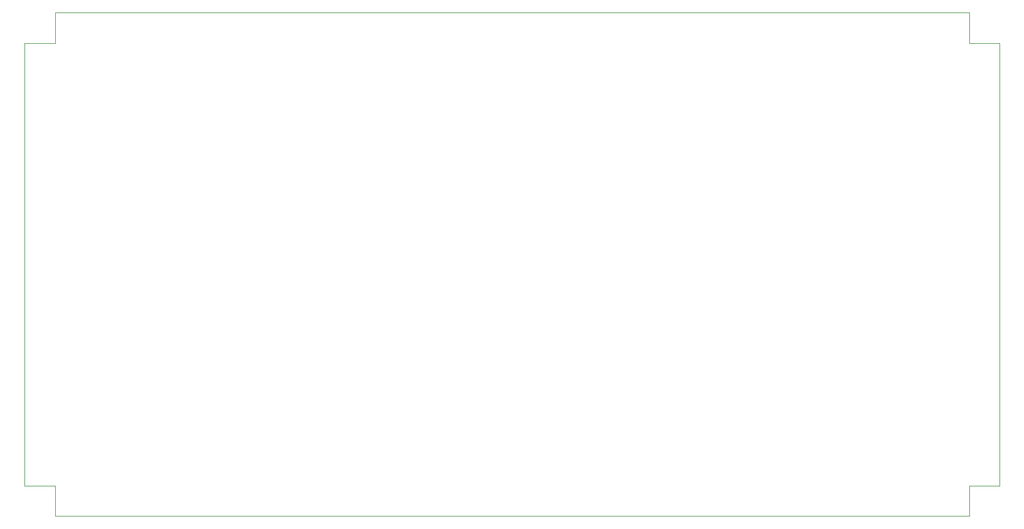
<source format=gbr>
%TF.GenerationSoftware,KiCad,Pcbnew,(7.0.0)*%
%TF.CreationDate,2024-01-21T14:14:10+01:00*%
%TF.ProjectId,bed-smart-plug,6265642d-736d-4617-9274-2d706c75672e,rev?*%
%TF.SameCoordinates,Original*%
%TF.FileFunction,Profile,NP*%
%FSLAX46Y46*%
G04 Gerber Fmt 4.6, Leading zero omitted, Abs format (unit mm)*
G04 Created by KiCad (PCBNEW (7.0.0)) date 2024-01-21 14:14:10*
%MOMM*%
%LPD*%
G01*
G04 APERTURE LIST*
%TA.AperFunction,Profile*%
%ADD10C,0.100000*%
%TD*%
G04 APERTURE END LIST*
D10*
X216800000Y-63200000D02*
X221300000Y-63200000D01*
X221300000Y-129200000D01*
X216800000Y-129200000D01*
X216800000Y-133700000D01*
X80800000Y-133700000D01*
X80800000Y-129200000D01*
X76300000Y-129200000D01*
X76300000Y-63200000D01*
X80800000Y-63200000D01*
X80800000Y-58700000D01*
X216800000Y-58700000D01*
X216800000Y-63200000D01*
M02*

</source>
